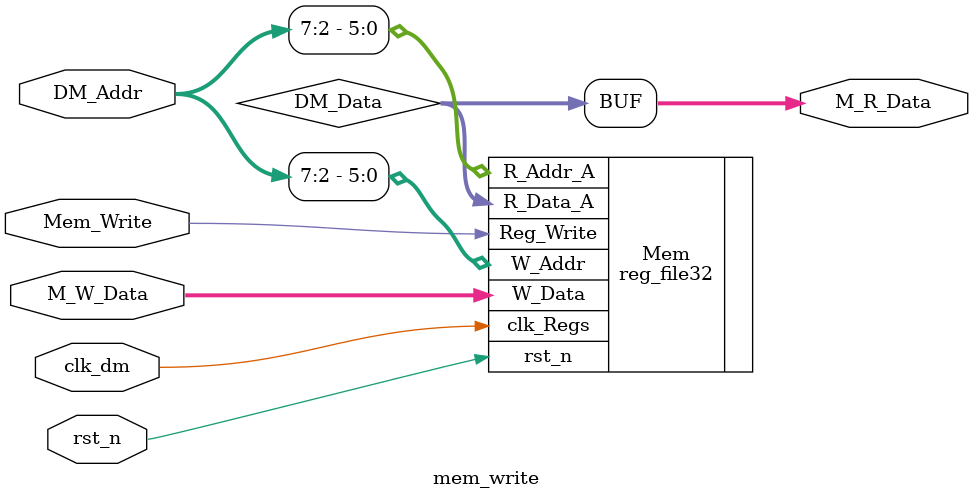
<source format=v>
module mem_write(
    clk_dm, DM_Addr, M_W_Data, M_R_Data, Mem_Write,
    rst_n
);
    input clk_dm;
    input [31:0] DM_Addr;
    input [31:0] M_W_Data;
    output [31:0] M_R_Data;
    input rst_n;
    input Mem_Write;

    wire [31:0] DM_Data;

    // 数据存储器实例
    reg_file32 Mem(
        .clk_Regs(clk_dm),
        .R_Addr_A(DM_Addr[7:2]), // 读取地址
        .W_Addr(DM_Addr[7:2]),   // 写入地址
        .W_Data(M_W_Data),       // 写入数据
        .R_Data_A(DM_Data),      // 读取数据
        .Reg_Write(Mem_Write),     // 写使能
        .rst_n(rst_n)
    );

    assign M_R_Data = DM_Data;

endmodule
</source>
